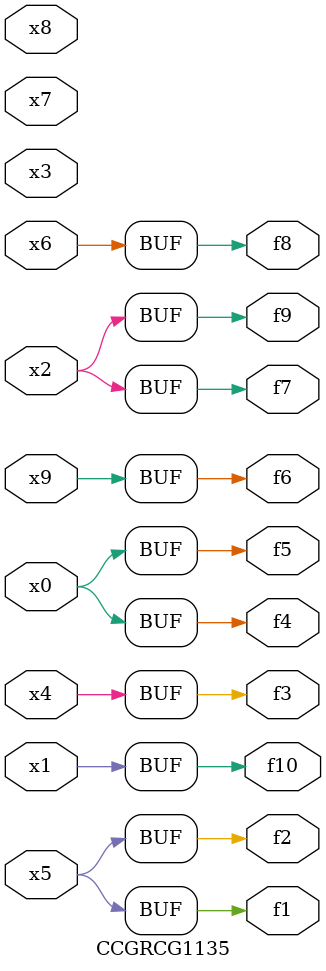
<source format=v>
module CCGRCG1135(
	input x0, x1, x2, x3, x4, x5, x6, x7, x8, x9,
	output f1, f2, f3, f4, f5, f6, f7, f8, f9, f10
);
	assign f1 = x5;
	assign f2 = x5;
	assign f3 = x4;
	assign f4 = x0;
	assign f5 = x0;
	assign f6 = x9;
	assign f7 = x2;
	assign f8 = x6;
	assign f9 = x2;
	assign f10 = x1;
endmodule

</source>
